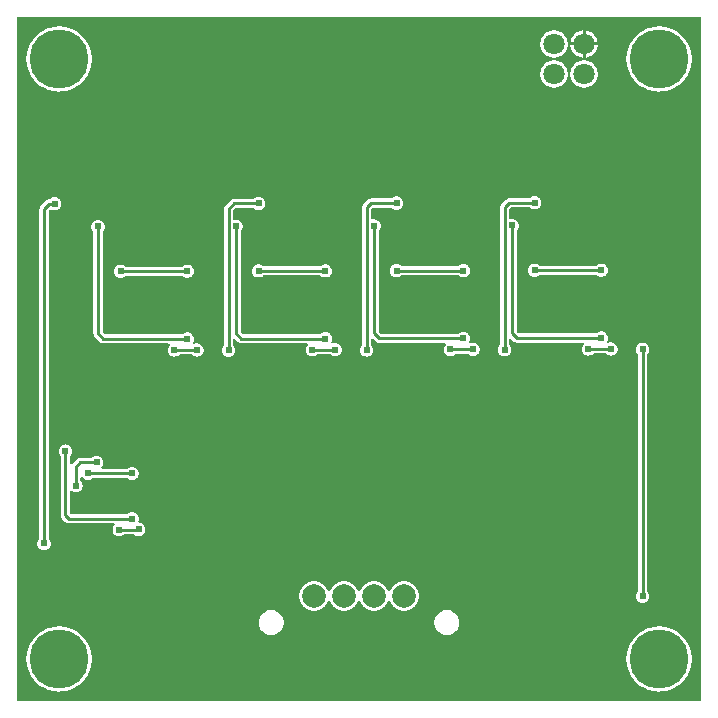
<source format=gbl>
G04 Layer: BottomLayer*
G04 EasyEDA v6.5.34, 2023-09-25 23:45:59*
G04 c5930d253d39478cbfd5350cf3090093,5a6b42c53f6a479593ecc07194224c93,10*
G04 Gerber Generator version 0.2*
G04 Scale: 100 percent, Rotated: No, Reflected: No *
G04 Dimensions in millimeters *
G04 leading zeros omitted , absolute positions ,4 integer and 5 decimal *
%FSLAX45Y45*%
%MOMM*%

%ADD10C,0.2540*%
%ADD11C,5.0000*%
%ADD12C,1.8000*%
%ADD13C,2.0000*%
%ADD14C,0.6096*%
%ADD15C,0.0122*%

%LPD*%
G36*
X5805932Y25908D02*
G01*
X36068Y26416D01*
X32156Y27178D01*
X28905Y29362D01*
X26670Y32664D01*
X25908Y36576D01*
X25908Y5805932D01*
X26670Y5809792D01*
X28905Y5813094D01*
X32156Y5815330D01*
X36068Y5816092D01*
X5805932Y5816092D01*
X5809792Y5815330D01*
X5813094Y5813094D01*
X5815330Y5809792D01*
X5816092Y5805932D01*
X5816092Y36068D01*
X5815330Y32156D01*
X5813094Y28905D01*
X5809792Y26670D01*
G37*

%LPC*%
G36*
X4838700Y5600700D02*
G01*
X4941062Y5600700D01*
X4940960Y5602528D01*
X4938268Y5616803D01*
X4933746Y5630672D01*
X4927549Y5643829D01*
X4919776Y5656122D01*
X4910480Y5667349D01*
X4899863Y5677306D01*
X4888077Y5685840D01*
X4875326Y5692851D01*
X4861814Y5698236D01*
X4847691Y5701842D01*
X4838700Y5702960D01*
G37*
G36*
X375208Y105156D02*
G01*
X398322Y105664D01*
X421284Y108051D01*
X443992Y112369D01*
X466242Y118618D01*
X487883Y126644D01*
X508812Y136499D01*
X528828Y148031D01*
X547776Y161239D01*
X565607Y175971D01*
X582117Y192125D01*
X597204Y209600D01*
X610819Y228295D01*
X622757Y248107D01*
X633018Y268782D01*
X641553Y290271D01*
X648208Y312369D01*
X653034Y334975D01*
X655929Y357886D01*
X656894Y381000D01*
X655929Y404063D01*
X653034Y427024D01*
X648208Y449630D01*
X641553Y471728D01*
X633018Y493217D01*
X622757Y513892D01*
X610819Y533654D01*
X597204Y552348D01*
X582117Y569874D01*
X565607Y586028D01*
X547776Y600760D01*
X528828Y613968D01*
X508812Y625500D01*
X487883Y635355D01*
X466242Y643382D01*
X443992Y649630D01*
X421284Y653948D01*
X398322Y656336D01*
X375208Y656844D01*
X352145Y655370D01*
X329285Y652018D01*
X306781Y646734D01*
X284835Y639572D01*
X263499Y630631D01*
X243027Y619912D01*
X223520Y607568D01*
X205130Y593598D01*
X187960Y578104D01*
X172161Y561289D01*
X157784Y543153D01*
X144983Y523900D01*
X133858Y503682D01*
X124460Y482549D01*
X116890Y460756D01*
X111099Y438353D01*
X107289Y415594D01*
X105359Y392531D01*
X105359Y369468D01*
X107289Y346405D01*
X111099Y323646D01*
X116890Y301244D01*
X124460Y279450D01*
X133858Y258317D01*
X144983Y238099D01*
X157784Y218846D01*
X172161Y200710D01*
X187960Y183896D01*
X205130Y168402D01*
X223520Y154432D01*
X243027Y142036D01*
X263499Y131368D01*
X284835Y122377D01*
X306781Y115265D01*
X329285Y109982D01*
X352145Y106629D01*
G37*
G36*
X3664559Y583488D02*
G01*
X3678377Y584403D01*
X3691940Y587095D01*
X3705047Y591566D01*
X3717493Y597662D01*
X3728974Y605383D01*
X3739387Y614527D01*
X3748532Y624941D01*
X3756253Y636422D01*
X3762349Y648868D01*
X3766820Y661974D01*
X3769512Y675538D01*
X3770426Y689356D01*
X3769512Y703224D01*
X3766820Y716788D01*
X3762349Y729894D01*
X3756253Y742340D01*
X3748532Y753821D01*
X3739387Y764235D01*
X3728974Y773379D01*
X3717493Y781100D01*
X3705047Y787196D01*
X3691940Y791667D01*
X3678377Y794359D01*
X3664559Y795274D01*
X3650691Y794359D01*
X3637127Y791667D01*
X3624021Y787196D01*
X3611575Y781100D01*
X3600094Y773379D01*
X3589680Y764235D01*
X3580536Y753821D01*
X3572814Y742340D01*
X3566718Y729894D01*
X3562248Y716788D01*
X3559556Y703224D01*
X3558641Y689356D01*
X3559556Y675538D01*
X3562248Y661974D01*
X3566718Y648868D01*
X3572814Y636422D01*
X3580536Y624941D01*
X3589680Y614527D01*
X3600094Y605383D01*
X3611575Y597662D01*
X3624021Y591566D01*
X3637127Y587095D01*
X3650691Y584403D01*
G37*
G36*
X2177440Y583488D02*
G01*
X2191258Y584403D01*
X2204821Y587095D01*
X2217978Y591566D01*
X2230374Y597662D01*
X2241905Y605383D01*
X2252319Y614527D01*
X2261463Y624941D01*
X2269134Y636422D01*
X2275281Y648868D01*
X2279700Y661974D01*
X2282444Y675538D01*
X2283307Y689356D01*
X2282444Y703224D01*
X2279700Y716788D01*
X2275281Y729894D01*
X2269134Y742340D01*
X2261463Y753821D01*
X2252319Y764235D01*
X2241905Y773379D01*
X2230374Y781100D01*
X2217978Y787196D01*
X2204821Y791667D01*
X2191258Y794359D01*
X2177440Y795274D01*
X2163622Y794359D01*
X2150059Y791667D01*
X2136902Y787196D01*
X2124506Y781100D01*
X2112975Y773379D01*
X2102561Y764235D01*
X2093417Y753821D01*
X2085746Y742340D01*
X2079599Y729894D01*
X2075180Y716788D01*
X2072436Y703224D01*
X2071573Y689356D01*
X2072436Y675538D01*
X2075180Y661974D01*
X2079599Y648868D01*
X2085746Y636422D01*
X2093417Y624941D01*
X2102561Y614527D01*
X2112975Y605383D01*
X2124506Y597662D01*
X2136902Y591566D01*
X2150059Y587095D01*
X2163622Y584403D01*
G37*
G36*
X2540000Y788517D02*
G01*
X2555189Y789432D01*
X2570124Y792175D01*
X2584653Y796696D01*
X2598521Y802894D01*
X2611526Y810768D01*
X2623464Y820166D01*
X2634234Y830884D01*
X2643581Y842873D01*
X2651455Y855878D01*
X2657754Y869797D01*
X2659938Y872947D01*
X2663190Y875080D01*
X2667000Y875792D01*
X2670810Y875080D01*
X2674010Y872947D01*
X2676245Y869797D01*
X2682544Y855878D01*
X2690368Y842873D01*
X2699766Y830884D01*
X2710535Y820166D01*
X2722473Y810768D01*
X2735478Y802894D01*
X2749346Y796696D01*
X2763875Y792175D01*
X2778810Y789432D01*
X2794000Y788517D01*
X2809189Y789432D01*
X2824124Y792175D01*
X2838653Y796696D01*
X2852521Y802894D01*
X2865526Y810768D01*
X2877464Y820166D01*
X2888234Y830884D01*
X2897581Y842873D01*
X2905455Y855878D01*
X2911754Y869797D01*
X2913938Y872947D01*
X2917190Y875080D01*
X2921000Y875792D01*
X2924810Y875080D01*
X2928010Y872947D01*
X2930245Y869797D01*
X2936544Y855878D01*
X2944368Y842873D01*
X2953766Y830884D01*
X2964535Y820166D01*
X2976473Y810768D01*
X2989478Y802894D01*
X3003346Y796696D01*
X3017875Y792175D01*
X3032810Y789432D01*
X3048000Y788517D01*
X3063189Y789432D01*
X3078124Y792175D01*
X3092653Y796696D01*
X3106521Y802894D01*
X3119526Y810768D01*
X3131464Y820166D01*
X3142234Y830884D01*
X3151581Y842873D01*
X3159455Y855878D01*
X3165754Y869797D01*
X3167938Y872947D01*
X3171190Y875080D01*
X3175000Y875792D01*
X3178810Y875080D01*
X3182010Y872947D01*
X3184245Y869797D01*
X3190544Y855878D01*
X3198368Y842873D01*
X3207766Y830884D01*
X3218535Y820166D01*
X3230473Y810768D01*
X3243478Y802894D01*
X3257346Y796696D01*
X3271875Y792175D01*
X3286810Y789432D01*
X3302000Y788517D01*
X3317189Y789432D01*
X3332124Y792175D01*
X3346653Y796696D01*
X3360521Y802894D01*
X3373526Y810768D01*
X3385464Y820166D01*
X3396234Y830884D01*
X3405581Y842873D01*
X3413455Y855878D01*
X3419703Y869746D01*
X3424224Y884275D01*
X3426968Y899210D01*
X3427882Y914400D01*
X3426968Y929538D01*
X3424224Y944524D01*
X3419703Y959002D01*
X3413455Y972870D01*
X3405581Y985875D01*
X3396234Y997864D01*
X3385464Y1008634D01*
X3373526Y1017981D01*
X3360521Y1025855D01*
X3346653Y1032103D01*
X3332124Y1036624D01*
X3317189Y1039368D01*
X3302000Y1040282D01*
X3286810Y1039368D01*
X3271875Y1036624D01*
X3257346Y1032103D01*
X3243478Y1025855D01*
X3230473Y1017981D01*
X3218535Y1008634D01*
X3207766Y997864D01*
X3198368Y985875D01*
X3190544Y972870D01*
X3184245Y958951D01*
X3182010Y955802D01*
X3178810Y953719D01*
X3175000Y952957D01*
X3171190Y953719D01*
X3167938Y955802D01*
X3165754Y958951D01*
X3159455Y972870D01*
X3151581Y985875D01*
X3142234Y997864D01*
X3131464Y1008634D01*
X3119526Y1017981D01*
X3106521Y1025855D01*
X3092653Y1032103D01*
X3078124Y1036624D01*
X3063189Y1039368D01*
X3048000Y1040282D01*
X3032810Y1039368D01*
X3017875Y1036624D01*
X3003346Y1032103D01*
X2989478Y1025855D01*
X2976473Y1017981D01*
X2964535Y1008634D01*
X2953766Y997864D01*
X2944368Y985875D01*
X2936544Y972870D01*
X2930245Y958951D01*
X2928010Y955802D01*
X2924810Y953719D01*
X2921000Y952957D01*
X2917190Y953719D01*
X2913938Y955802D01*
X2911754Y958951D01*
X2905455Y972870D01*
X2897581Y985875D01*
X2888234Y997864D01*
X2877464Y1008634D01*
X2865526Y1017981D01*
X2852521Y1025855D01*
X2838653Y1032103D01*
X2824124Y1036624D01*
X2809189Y1039368D01*
X2794000Y1040282D01*
X2778810Y1039368D01*
X2763875Y1036624D01*
X2749346Y1032103D01*
X2735478Y1025855D01*
X2722473Y1017981D01*
X2710535Y1008634D01*
X2699766Y997864D01*
X2690368Y985875D01*
X2682544Y972870D01*
X2676245Y958951D01*
X2674010Y955802D01*
X2670810Y953719D01*
X2667000Y952957D01*
X2663190Y953719D01*
X2659938Y955802D01*
X2657754Y958951D01*
X2651455Y972870D01*
X2643581Y985875D01*
X2634234Y997864D01*
X2623464Y1008634D01*
X2611526Y1017981D01*
X2598521Y1025855D01*
X2584653Y1032103D01*
X2570124Y1036624D01*
X2555189Y1039368D01*
X2540000Y1040282D01*
X2524810Y1039368D01*
X2509875Y1036624D01*
X2495346Y1032103D01*
X2481478Y1025855D01*
X2468473Y1017981D01*
X2456535Y1008634D01*
X2445766Y997864D01*
X2436368Y985875D01*
X2428544Y972870D01*
X2422296Y959002D01*
X2417775Y944524D01*
X2415032Y929538D01*
X2414117Y914400D01*
X2415032Y899210D01*
X2417775Y884275D01*
X2422296Y869746D01*
X2428544Y855878D01*
X2436368Y842873D01*
X2445766Y830884D01*
X2456535Y820166D01*
X2468473Y810768D01*
X2481478Y802894D01*
X2495346Y796696D01*
X2509875Y792175D01*
X2524810Y789432D01*
G37*
G36*
X4710887Y5600700D02*
G01*
X4813300Y5600700D01*
X4813300Y5702960D01*
X4804257Y5701842D01*
X4790186Y5698236D01*
X4776673Y5692851D01*
X4763922Y5685840D01*
X4752136Y5677306D01*
X4741519Y5667349D01*
X4732223Y5656122D01*
X4724450Y5643829D01*
X4718253Y5630672D01*
X4713732Y5616803D01*
X4711039Y5602528D01*
G37*
G36*
X4838700Y5473039D02*
G01*
X4847691Y5474157D01*
X4861814Y5477764D01*
X4875326Y5483148D01*
X4888077Y5490159D01*
X4899863Y5498693D01*
X4910480Y5508650D01*
X4919776Y5519877D01*
X4927549Y5532170D01*
X4933746Y5545328D01*
X4938268Y5559196D01*
X4940960Y5573471D01*
X4941062Y5575300D01*
X4838700Y5575300D01*
G37*
G36*
X4813300Y5473039D02*
G01*
X4813300Y5575300D01*
X4710887Y5575300D01*
X4711039Y5573471D01*
X4713732Y5559196D01*
X4718253Y5545328D01*
X4724450Y5532170D01*
X4732223Y5519877D01*
X4741519Y5508650D01*
X4752136Y5498693D01*
X4763922Y5490159D01*
X4776673Y5483148D01*
X4790186Y5477764D01*
X4804257Y5474157D01*
G37*
G36*
X5321300Y858062D02*
G01*
X5331104Y858926D01*
X5340553Y861466D01*
X5349494Y865581D01*
X5357520Y871219D01*
X5364480Y878179D01*
X5370118Y886206D01*
X5374233Y895146D01*
X5376773Y904595D01*
X5377637Y914400D01*
X5376773Y924204D01*
X5374233Y933653D01*
X5370118Y942594D01*
X5364480Y950620D01*
X5362905Y952195D01*
X5360670Y955497D01*
X5359908Y959408D01*
X5359908Y2958185D01*
X5360670Y2962097D01*
X5362905Y2965399D01*
X5364480Y2966974D01*
X5370118Y2975000D01*
X5374233Y2983890D01*
X5376773Y2993390D01*
X5377637Y3003194D01*
X5376773Y3012948D01*
X5374233Y3022447D01*
X5370118Y3031337D01*
X5364480Y3039414D01*
X5357520Y3046323D01*
X5349494Y3051962D01*
X5340553Y3056128D01*
X5331104Y3058668D01*
X5321300Y3059531D01*
X5311495Y3058668D01*
X5302046Y3056128D01*
X5293106Y3051962D01*
X5285079Y3046323D01*
X5278120Y3039414D01*
X5272481Y3031337D01*
X5268366Y3022447D01*
X5265826Y3012948D01*
X5264962Y3003194D01*
X5265826Y2993390D01*
X5268366Y2983890D01*
X5272481Y2975000D01*
X5278120Y2966974D01*
X5279694Y2965399D01*
X5281930Y2962097D01*
X5282692Y2958185D01*
X5282692Y959408D01*
X5281930Y955497D01*
X5279694Y952195D01*
X5278120Y950620D01*
X5272481Y942594D01*
X5268366Y933653D01*
X5265826Y924204D01*
X5264962Y914400D01*
X5265826Y904595D01*
X5268366Y895146D01*
X5272481Y886206D01*
X5278120Y878179D01*
X5285079Y871219D01*
X5293106Y865581D01*
X5302046Y861466D01*
X5311495Y858926D01*
G37*
G36*
X4564735Y5472328D02*
G01*
X4579264Y5472328D01*
X4593691Y5474157D01*
X4607814Y5477764D01*
X4621326Y5483148D01*
X4634077Y5490159D01*
X4645863Y5498693D01*
X4656480Y5508650D01*
X4665776Y5519877D01*
X4673549Y5532170D01*
X4679746Y5545328D01*
X4684268Y5559196D01*
X4686960Y5573471D01*
X4687874Y5588000D01*
X4686960Y5602528D01*
X4684268Y5616803D01*
X4679746Y5630672D01*
X4673549Y5643829D01*
X4665776Y5656122D01*
X4656480Y5667349D01*
X4645863Y5677306D01*
X4634077Y5685840D01*
X4621326Y5692851D01*
X4607814Y5698236D01*
X4593691Y5701842D01*
X4579264Y5703671D01*
X4564735Y5703671D01*
X4550257Y5701842D01*
X4536186Y5698236D01*
X4522673Y5692851D01*
X4509922Y5685840D01*
X4498136Y5677306D01*
X4487519Y5667349D01*
X4478223Y5656122D01*
X4470450Y5643829D01*
X4464253Y5630672D01*
X4459732Y5616803D01*
X4457039Y5602528D01*
X4456125Y5588000D01*
X4457039Y5573471D01*
X4459732Y5559196D01*
X4464253Y5545328D01*
X4470450Y5532170D01*
X4478223Y5519877D01*
X4487519Y5508650D01*
X4498136Y5498693D01*
X4509922Y5490159D01*
X4522673Y5483148D01*
X4536186Y5477764D01*
X4550257Y5474157D01*
G37*
G36*
X4564735Y5218328D02*
G01*
X4579264Y5218328D01*
X4593691Y5220157D01*
X4607814Y5223764D01*
X4621326Y5229148D01*
X4634077Y5236159D01*
X4645863Y5244693D01*
X4656480Y5254650D01*
X4665776Y5265877D01*
X4673549Y5278170D01*
X4679746Y5291328D01*
X4684268Y5305196D01*
X4686960Y5319471D01*
X4687874Y5334000D01*
X4686960Y5348528D01*
X4684268Y5362803D01*
X4679746Y5376672D01*
X4673549Y5389829D01*
X4665776Y5402122D01*
X4656480Y5413349D01*
X4645863Y5423306D01*
X4634077Y5431840D01*
X4621326Y5438851D01*
X4607814Y5444236D01*
X4593691Y5447842D01*
X4579264Y5449671D01*
X4564735Y5449671D01*
X4550257Y5447842D01*
X4536186Y5444236D01*
X4522673Y5438851D01*
X4509922Y5431840D01*
X4498136Y5423306D01*
X4487519Y5413349D01*
X4478223Y5402122D01*
X4470450Y5389829D01*
X4464253Y5376672D01*
X4459732Y5362803D01*
X4457039Y5348528D01*
X4456125Y5334000D01*
X4457039Y5319471D01*
X4459732Y5305196D01*
X4464253Y5291328D01*
X4470450Y5278170D01*
X4478223Y5265877D01*
X4487519Y5254650D01*
X4498136Y5244693D01*
X4509922Y5236159D01*
X4522673Y5229148D01*
X4536186Y5223764D01*
X4550257Y5220157D01*
G37*
G36*
X4818735Y5218328D02*
G01*
X4833264Y5218328D01*
X4847691Y5220157D01*
X4861814Y5223764D01*
X4875326Y5229148D01*
X4888077Y5236159D01*
X4899863Y5244693D01*
X4910480Y5254650D01*
X4919776Y5265877D01*
X4927549Y5278170D01*
X4933746Y5291328D01*
X4938268Y5305196D01*
X4940960Y5319471D01*
X4941874Y5334000D01*
X4940960Y5348528D01*
X4938268Y5362803D01*
X4933746Y5376672D01*
X4927549Y5389829D01*
X4919776Y5402122D01*
X4910480Y5413349D01*
X4899863Y5423306D01*
X4888077Y5431840D01*
X4875326Y5438851D01*
X4861814Y5444236D01*
X4847691Y5447842D01*
X4833264Y5449671D01*
X4818735Y5449671D01*
X4804257Y5447842D01*
X4790186Y5444236D01*
X4776673Y5438851D01*
X4763922Y5431840D01*
X4752136Y5423306D01*
X4741519Y5413349D01*
X4732223Y5402122D01*
X4724450Y5389829D01*
X4718253Y5376672D01*
X4713732Y5362803D01*
X4711039Y5348528D01*
X4710125Y5334000D01*
X4711039Y5319471D01*
X4713732Y5305196D01*
X4718253Y5291328D01*
X4724450Y5278170D01*
X4732223Y5265877D01*
X4741519Y5254650D01*
X4752136Y5244693D01*
X4763922Y5236159D01*
X4776673Y5229148D01*
X4790186Y5223764D01*
X4804257Y5220157D01*
G37*
G36*
X254000Y1302562D02*
G01*
X263804Y1303426D01*
X273304Y1305966D01*
X282194Y1310081D01*
X290220Y1315720D01*
X297180Y1322679D01*
X302818Y1330706D01*
X306933Y1339646D01*
X309524Y1349095D01*
X310337Y1358900D01*
X309524Y1368704D01*
X306933Y1378153D01*
X302818Y1387094D01*
X297180Y1395120D01*
X295605Y1396695D01*
X293370Y1399997D01*
X292608Y1403908D01*
X292608Y4170781D01*
X293370Y4174693D01*
X295605Y4177995D01*
X302869Y4185208D01*
X306324Y4187444D01*
X310337Y4188155D01*
X314350Y4187240D01*
X323646Y4182872D01*
X333146Y4180332D01*
X342900Y4179468D01*
X352704Y4180332D01*
X362204Y4182872D01*
X371094Y4187037D01*
X379120Y4192676D01*
X386080Y4199636D01*
X391718Y4207662D01*
X395884Y4216552D01*
X398424Y4226052D01*
X399237Y4235856D01*
X398424Y4245610D01*
X395884Y4255109D01*
X391718Y4263999D01*
X386080Y4272076D01*
X379120Y4278985D01*
X371094Y4284624D01*
X362204Y4288790D01*
X352704Y4291330D01*
X342900Y4292193D01*
X333146Y4291330D01*
X323646Y4288790D01*
X314756Y4284624D01*
X306679Y4278985D01*
X304901Y4277207D01*
X302056Y4275226D01*
X298704Y4274312D01*
X291541Y4273600D01*
X284327Y4271416D01*
X277622Y4267860D01*
X271373Y4262780D01*
X227126Y4218787D01*
X221996Y4212539D01*
X218440Y4205884D01*
X216204Y4198670D01*
X215392Y4190542D01*
X215392Y1403908D01*
X214629Y1399997D01*
X212394Y1396695D01*
X210820Y1395120D01*
X205232Y1387094D01*
X201066Y1378153D01*
X198526Y1368704D01*
X197662Y1358900D01*
X198526Y1349095D01*
X201066Y1339646D01*
X205232Y1330706D01*
X210820Y1322679D01*
X217779Y1315720D01*
X225856Y1310081D01*
X234746Y1305966D01*
X244246Y1303426D01*
G37*
G36*
X890473Y1420164D02*
G01*
X900277Y1421028D01*
X909726Y1423568D01*
X918667Y1427683D01*
X926693Y1433322D01*
X928268Y1434896D01*
X931570Y1437132D01*
X935482Y1437894D01*
X1011834Y1437894D01*
X1014882Y1437436D01*
X1017676Y1436065D01*
X1025753Y1430375D01*
X1034643Y1426210D01*
X1044143Y1423670D01*
X1053947Y1422857D01*
X1063701Y1423670D01*
X1073200Y1426210D01*
X1082090Y1430375D01*
X1090168Y1436014D01*
X1097076Y1442974D01*
X1102715Y1451000D01*
X1106881Y1459890D01*
X1109421Y1469390D01*
X1110284Y1479194D01*
X1109421Y1488948D01*
X1106881Y1498447D01*
X1102715Y1507337D01*
X1097076Y1515414D01*
X1090168Y1522374D01*
X1082090Y1527962D01*
X1073200Y1532128D01*
X1063701Y1534668D01*
X1060907Y1534922D01*
X1057198Y1535988D01*
X1054150Y1538376D01*
X1052220Y1541729D01*
X1051661Y1545590D01*
X1055573Y1559712D01*
X1056386Y1569516D01*
X1055573Y1579270D01*
X1052982Y1588770D01*
X1048867Y1597660D01*
X1043228Y1605737D01*
X1036269Y1612646D01*
X1028242Y1618284D01*
X1019352Y1622450D01*
X1009853Y1624990D01*
X1000048Y1625854D01*
X990295Y1624990D01*
X980795Y1622450D01*
X971905Y1618284D01*
X963828Y1612646D01*
X962253Y1611122D01*
X959002Y1608886D01*
X955090Y1608124D01*
X483616Y1608124D01*
X479704Y1608886D01*
X476453Y1611122D01*
X474218Y1614373D01*
X473456Y1618284D01*
X473456Y1795678D01*
X474421Y1799945D01*
X477062Y1803450D01*
X480974Y1805482D01*
X485393Y1805686D01*
X489458Y1804009D01*
X495808Y1799539D01*
X504748Y1795373D01*
X514197Y1792833D01*
X524001Y1791970D01*
X533806Y1792833D01*
X543255Y1795373D01*
X552196Y1799539D01*
X560222Y1805178D01*
X567182Y1812086D01*
X572820Y1820164D01*
X576935Y1829054D01*
X579475Y1838553D01*
X580339Y1848307D01*
X579475Y1858111D01*
X576935Y1867611D01*
X572820Y1876501D01*
X567182Y1884527D01*
X565607Y1886102D01*
X563372Y1889404D01*
X562610Y1893316D01*
X562610Y1912112D01*
X563524Y1916277D01*
X566013Y1919681D01*
X569722Y1921814D01*
X573938Y1922221D01*
X578002Y1920849D01*
X581101Y1917954D01*
X582218Y1916277D01*
X589178Y1909368D01*
X597255Y1903730D01*
X606145Y1899564D01*
X615645Y1897024D01*
X625398Y1896160D01*
X635203Y1897024D01*
X644702Y1899564D01*
X653592Y1903730D01*
X661619Y1909368D01*
X663194Y1910943D01*
X666496Y1913128D01*
X670407Y1913889D01*
X955040Y1913889D01*
X958900Y1913128D01*
X962202Y1910943D01*
X963777Y1909368D01*
X971803Y1903730D01*
X980744Y1899564D01*
X990193Y1897024D01*
X999998Y1896211D01*
X1009802Y1897024D01*
X1019251Y1899564D01*
X1028192Y1903730D01*
X1036218Y1909368D01*
X1043178Y1916328D01*
X1048816Y1924354D01*
X1052931Y1933244D01*
X1055471Y1942744D01*
X1056335Y1952548D01*
X1055471Y1962302D01*
X1052931Y1971802D01*
X1048816Y1980692D01*
X1043178Y1988769D01*
X1036218Y1995728D01*
X1028192Y2001316D01*
X1019251Y2005482D01*
X1009802Y2008022D01*
X999998Y2008886D01*
X990193Y2008022D01*
X980744Y2005482D01*
X971803Y2001316D01*
X963777Y1995728D01*
X962202Y1994103D01*
X958900Y1991918D01*
X954989Y1991106D01*
X748842Y1991106D01*
X744982Y1991918D01*
X741680Y1994103D01*
X739444Y1997405D01*
X738682Y2001266D01*
X739444Y2005177D01*
X747318Y2016506D01*
X751433Y2025446D01*
X753973Y2034895D01*
X754837Y2044700D01*
X753973Y2054504D01*
X751433Y2063953D01*
X747318Y2072893D01*
X741680Y2080920D01*
X734720Y2087880D01*
X726694Y2093518D01*
X717753Y2097633D01*
X708304Y2100173D01*
X698500Y2101037D01*
X688695Y2100173D01*
X679246Y2097633D01*
X670306Y2093518D01*
X662279Y2087880D01*
X660755Y2086356D01*
X657453Y2084120D01*
X653542Y2083358D01*
X559308Y2083358D01*
X551281Y2082546D01*
X544068Y2080361D01*
X537362Y2076805D01*
X531164Y2071674D01*
X497078Y2037588D01*
X491490Y2030780D01*
X488238Y2028189D01*
X484276Y2027123D01*
X480212Y2027682D01*
X476656Y2029815D01*
X474319Y2033219D01*
X473456Y2037232D01*
X473456Y2095906D01*
X474218Y2099767D01*
X476453Y2103069D01*
X478078Y2104745D01*
X483717Y2112772D01*
X487883Y2121662D01*
X490423Y2131161D01*
X491235Y2140966D01*
X490423Y2150719D01*
X487883Y2160219D01*
X483717Y2169109D01*
X478078Y2177186D01*
X471119Y2184095D01*
X463092Y2189734D01*
X454202Y2193899D01*
X444703Y2196439D01*
X434898Y2197303D01*
X425145Y2196439D01*
X415645Y2193899D01*
X406755Y2189734D01*
X398678Y2184095D01*
X391718Y2177186D01*
X386130Y2169109D01*
X381965Y2160219D01*
X379425Y2150719D01*
X378561Y2140966D01*
X379425Y2131161D01*
X381965Y2121662D01*
X386130Y2112772D01*
X391718Y2104745D01*
X393242Y2103221D01*
X395478Y2099919D01*
X396240Y2096007D01*
X396240Y1597710D01*
X397052Y1589684D01*
X399237Y1582470D01*
X402793Y1575765D01*
X407924Y1569567D01*
X434898Y1542592D01*
X441096Y1537462D01*
X447801Y1533906D01*
X455015Y1531721D01*
X463042Y1530908D01*
X840943Y1530908D01*
X844854Y1530146D01*
X848156Y1527911D01*
X850341Y1524660D01*
X851103Y1520748D01*
X850341Y1516837D01*
X841654Y1504696D01*
X837539Y1495755D01*
X834999Y1486306D01*
X834136Y1476502D01*
X834999Y1466697D01*
X837539Y1457248D01*
X841654Y1448308D01*
X847293Y1440281D01*
X854252Y1433322D01*
X862279Y1427683D01*
X871219Y1423568D01*
X880668Y1421028D01*
G37*
G36*
X375208Y5185156D02*
G01*
X398322Y5185664D01*
X421284Y5188051D01*
X443992Y5192369D01*
X466242Y5198618D01*
X487883Y5206644D01*
X508812Y5216499D01*
X528828Y5228031D01*
X547776Y5241239D01*
X565607Y5255971D01*
X582117Y5272125D01*
X597204Y5289600D01*
X610819Y5308295D01*
X622757Y5328107D01*
X633018Y5348782D01*
X641553Y5370271D01*
X648208Y5392369D01*
X653034Y5414975D01*
X655929Y5437886D01*
X656894Y5461000D01*
X655929Y5484063D01*
X653034Y5507024D01*
X648208Y5529630D01*
X641553Y5551728D01*
X633018Y5573217D01*
X622757Y5593892D01*
X610819Y5613654D01*
X597204Y5632348D01*
X582117Y5649874D01*
X565607Y5666028D01*
X547776Y5680760D01*
X528828Y5693968D01*
X508812Y5705500D01*
X487883Y5715355D01*
X466242Y5723382D01*
X443992Y5729630D01*
X421284Y5733948D01*
X398322Y5736336D01*
X375208Y5736844D01*
X352145Y5735370D01*
X329285Y5732018D01*
X306781Y5726734D01*
X284835Y5719572D01*
X263499Y5710631D01*
X243027Y5699912D01*
X223520Y5687568D01*
X205130Y5673598D01*
X187960Y5658104D01*
X172161Y5641289D01*
X157784Y5623153D01*
X144983Y5603900D01*
X133858Y5583682D01*
X124460Y5562549D01*
X116890Y5540756D01*
X111099Y5518353D01*
X107289Y5495594D01*
X105359Y5472531D01*
X105359Y5449468D01*
X107289Y5426405D01*
X111099Y5403646D01*
X116890Y5381244D01*
X124460Y5359450D01*
X133858Y5338318D01*
X144983Y5318099D01*
X157784Y5298846D01*
X172161Y5280710D01*
X187960Y5263896D01*
X205130Y5248402D01*
X223520Y5234432D01*
X243027Y5222036D01*
X263499Y5211368D01*
X284835Y5202377D01*
X306781Y5195265D01*
X329285Y5189982D01*
X352145Y5186629D01*
G37*
G36*
X5455208Y5185156D02*
G01*
X5478322Y5185664D01*
X5501284Y5188051D01*
X5523992Y5192369D01*
X5546242Y5198618D01*
X5567883Y5206644D01*
X5588812Y5216499D01*
X5608828Y5228031D01*
X5627776Y5241239D01*
X5645607Y5255971D01*
X5662117Y5272125D01*
X5677204Y5289600D01*
X5690819Y5308295D01*
X5702757Y5328107D01*
X5713018Y5348782D01*
X5721553Y5370271D01*
X5728208Y5392369D01*
X5733034Y5414975D01*
X5735929Y5437886D01*
X5736894Y5461000D01*
X5735929Y5484063D01*
X5733034Y5507024D01*
X5728208Y5529630D01*
X5721553Y5551728D01*
X5713018Y5573217D01*
X5702757Y5593892D01*
X5690819Y5613654D01*
X5677204Y5632348D01*
X5662117Y5649874D01*
X5645607Y5666028D01*
X5627776Y5680760D01*
X5608828Y5693968D01*
X5588812Y5705500D01*
X5567883Y5715355D01*
X5546242Y5723382D01*
X5523992Y5729630D01*
X5501284Y5733948D01*
X5478322Y5736336D01*
X5455208Y5736844D01*
X5432145Y5735370D01*
X5409285Y5732018D01*
X5386781Y5726734D01*
X5364835Y5719572D01*
X5343499Y5710631D01*
X5323027Y5699912D01*
X5303520Y5687568D01*
X5285130Y5673598D01*
X5267960Y5658104D01*
X5252161Y5641289D01*
X5237784Y5623153D01*
X5224983Y5603900D01*
X5213858Y5583682D01*
X5204460Y5562549D01*
X5196890Y5540756D01*
X5191099Y5518353D01*
X5187289Y5495594D01*
X5185359Y5472531D01*
X5185359Y5449468D01*
X5187289Y5426405D01*
X5191099Y5403646D01*
X5196890Y5381244D01*
X5204460Y5359450D01*
X5213858Y5338318D01*
X5224983Y5318099D01*
X5237784Y5298846D01*
X5252161Y5280710D01*
X5267960Y5263896D01*
X5285130Y5248402D01*
X5303520Y5234432D01*
X5323027Y5222036D01*
X5343499Y5211368D01*
X5364835Y5202377D01*
X5386781Y5195265D01*
X5409285Y5189982D01*
X5432145Y5186629D01*
G37*
G36*
X4406900Y3616045D02*
G01*
X4416704Y3616909D01*
X4426153Y3619449D01*
X4435094Y3623564D01*
X4443120Y3629202D01*
X4444695Y3630777D01*
X4447997Y3633012D01*
X4451908Y3633774D01*
X4926990Y3633774D01*
X4930902Y3633012D01*
X4934204Y3630828D01*
X4935778Y3629253D01*
X4943805Y3623614D01*
X4952695Y3619449D01*
X4962194Y3616909D01*
X4971999Y3616045D01*
X4981752Y3616909D01*
X4991252Y3619449D01*
X5000142Y3623614D01*
X5008219Y3629253D01*
X5015179Y3636162D01*
X5020767Y3644239D01*
X5024932Y3653129D01*
X5027472Y3662629D01*
X5028336Y3672382D01*
X5027472Y3682187D01*
X5024932Y3691686D01*
X5020767Y3700576D01*
X5015179Y3708603D01*
X5008219Y3715562D01*
X5000142Y3721201D01*
X4991252Y3725367D01*
X4981752Y3727907D01*
X4971999Y3728720D01*
X4962194Y3727907D01*
X4952695Y3725367D01*
X4943805Y3721201D01*
X4935778Y3715562D01*
X4934204Y3713987D01*
X4930902Y3711752D01*
X4926990Y3710990D01*
X4451908Y3710990D01*
X4447997Y3711752D01*
X4444695Y3713987D01*
X4443120Y3715562D01*
X4435094Y3721201D01*
X4426153Y3725316D01*
X4416704Y3727856D01*
X4406900Y3728720D01*
X4397095Y3727856D01*
X4387646Y3725316D01*
X4378706Y3721201D01*
X4370679Y3715562D01*
X4363720Y3708603D01*
X4358081Y3700576D01*
X4353966Y3691636D01*
X4351426Y3682187D01*
X4350562Y3672382D01*
X4351426Y3662578D01*
X4353966Y3653129D01*
X4358081Y3644188D01*
X4363720Y3636162D01*
X4370679Y3629202D01*
X4378706Y3623564D01*
X4387646Y3619449D01*
X4397095Y3616909D01*
G37*
G36*
X3238500Y3613353D02*
G01*
X3248304Y3614216D01*
X3257753Y3616756D01*
X3266694Y3620922D01*
X3274720Y3626510D01*
X3276295Y3628136D01*
X3279597Y3630320D01*
X3283508Y3631082D01*
X3758641Y3631082D01*
X3762501Y3630320D01*
X3765804Y3628136D01*
X3767378Y3626561D01*
X3775405Y3620922D01*
X3784295Y3616756D01*
X3793794Y3614216D01*
X3803599Y3613353D01*
X3813352Y3614216D01*
X3822852Y3616756D01*
X3831742Y3620922D01*
X3839819Y3626561D01*
X3846779Y3633470D01*
X3852367Y3641547D01*
X3856532Y3650437D01*
X3859072Y3659936D01*
X3859936Y3669690D01*
X3859072Y3679494D01*
X3856532Y3688994D01*
X3852367Y3697884D01*
X3846779Y3705961D01*
X3839819Y3712870D01*
X3831742Y3718509D01*
X3822852Y3722674D01*
X3813352Y3725214D01*
X3803599Y3726078D01*
X3793794Y3725214D01*
X3784295Y3722674D01*
X3775405Y3718509D01*
X3767378Y3712870D01*
X3765753Y3711295D01*
X3762501Y3709060D01*
X3758590Y3708298D01*
X3283508Y3708298D01*
X3279597Y3709060D01*
X3276295Y3711295D01*
X3274720Y3712870D01*
X3266694Y3718509D01*
X3257753Y3722674D01*
X3248304Y3725214D01*
X3238500Y3726027D01*
X3228695Y3725214D01*
X3219246Y3722674D01*
X3210306Y3718509D01*
X3202279Y3712870D01*
X3195320Y3705910D01*
X3189681Y3697884D01*
X3185566Y3688994D01*
X3183026Y3679494D01*
X3182162Y3669690D01*
X3183026Y3659936D01*
X3185566Y3650437D01*
X3189681Y3641547D01*
X3195320Y3633470D01*
X3202279Y3626510D01*
X3210306Y3620922D01*
X3219246Y3616756D01*
X3228695Y3614216D01*
G37*
G36*
X2070100Y3610660D02*
G01*
X2079904Y3611524D01*
X2089353Y3614064D01*
X2098294Y3618229D01*
X2106320Y3623868D01*
X2107895Y3625443D01*
X2111197Y3627628D01*
X2115108Y3628390D01*
X2590241Y3628390D01*
X2594102Y3627628D01*
X2597404Y3625443D01*
X2598978Y3623868D01*
X2607005Y3618229D01*
X2615946Y3614064D01*
X2625394Y3611524D01*
X2635199Y3610711D01*
X2645003Y3611524D01*
X2654452Y3614064D01*
X2663393Y3618229D01*
X2671419Y3623868D01*
X2678379Y3630828D01*
X2684018Y3638854D01*
X2688132Y3647744D01*
X2690672Y3657244D01*
X2691536Y3667048D01*
X2690672Y3676802D01*
X2688132Y3686301D01*
X2684018Y3695192D01*
X2678379Y3703269D01*
X2671419Y3710178D01*
X2663393Y3715816D01*
X2654452Y3719982D01*
X2645003Y3722522D01*
X2635199Y3723386D01*
X2625394Y3722522D01*
X2615946Y3719982D01*
X2607005Y3715816D01*
X2598978Y3710178D01*
X2597353Y3708603D01*
X2594102Y3706418D01*
X2590190Y3705606D01*
X2115108Y3705606D01*
X2111197Y3706418D01*
X2107895Y3708603D01*
X2106320Y3710178D01*
X2098294Y3715816D01*
X2089353Y3719982D01*
X2079904Y3722522D01*
X2070100Y3723386D01*
X2060295Y3722522D01*
X2050846Y3719982D01*
X2041906Y3715816D01*
X2033879Y3710178D01*
X2026920Y3703218D01*
X2021281Y3695192D01*
X2017166Y3686301D01*
X2014626Y3676802D01*
X2013762Y3666998D01*
X2014626Y3657244D01*
X2017166Y3647744D01*
X2021281Y3638854D01*
X2026920Y3630777D01*
X2033879Y3623868D01*
X2041906Y3618229D01*
X2050846Y3614064D01*
X2060295Y3611524D01*
G37*
G36*
X901700Y3607968D02*
G01*
X911504Y3608832D01*
X921003Y3611372D01*
X929894Y3615537D01*
X937920Y3621176D01*
X939495Y3622751D01*
X942797Y3624935D01*
X946708Y3625748D01*
X1421841Y3625748D01*
X1425702Y3624935D01*
X1429004Y3622751D01*
X1430578Y3621176D01*
X1438605Y3615537D01*
X1447546Y3611422D01*
X1456994Y3608882D01*
X1466799Y3608019D01*
X1476603Y3608882D01*
X1486052Y3611422D01*
X1494993Y3615537D01*
X1503019Y3621176D01*
X1509979Y3628136D01*
X1515618Y3636162D01*
X1519732Y3645103D01*
X1522272Y3654551D01*
X1523136Y3664356D01*
X1522272Y3674160D01*
X1519732Y3683609D01*
X1515618Y3692550D01*
X1509979Y3700576D01*
X1503019Y3707536D01*
X1494993Y3713175D01*
X1486052Y3717290D01*
X1476603Y3719829D01*
X1466799Y3720693D01*
X1456994Y3719829D01*
X1447546Y3717290D01*
X1438605Y3713175D01*
X1430578Y3707536D01*
X1429004Y3705910D01*
X1425702Y3703726D01*
X1421790Y3702964D01*
X946708Y3702964D01*
X942797Y3703726D01*
X939495Y3705910D01*
X937920Y3707485D01*
X929894Y3713124D01*
X921003Y3717290D01*
X911504Y3719829D01*
X901700Y3720693D01*
X891946Y3719829D01*
X882446Y3717290D01*
X873556Y3713124D01*
X865479Y3707485D01*
X858519Y3700576D01*
X852932Y3692499D01*
X848766Y3683609D01*
X846226Y3674110D01*
X845362Y3664356D01*
X846226Y3654551D01*
X848766Y3645052D01*
X852932Y3636162D01*
X858519Y3628136D01*
X865479Y3621176D01*
X873556Y3615537D01*
X882446Y3611372D01*
X891946Y3608832D01*
G37*
G36*
X5455208Y105156D02*
G01*
X5478322Y105664D01*
X5501284Y108051D01*
X5523992Y112369D01*
X5546242Y118618D01*
X5567883Y126644D01*
X5588812Y136499D01*
X5608828Y148031D01*
X5627776Y161239D01*
X5645607Y175971D01*
X5662117Y192125D01*
X5677204Y209600D01*
X5690819Y228295D01*
X5702757Y248107D01*
X5713018Y268782D01*
X5721553Y290271D01*
X5728208Y312369D01*
X5733034Y334975D01*
X5735929Y357886D01*
X5736894Y381000D01*
X5735929Y404063D01*
X5733034Y427024D01*
X5728208Y449630D01*
X5721553Y471728D01*
X5713018Y493217D01*
X5702757Y513892D01*
X5690819Y533654D01*
X5677204Y552348D01*
X5662117Y569874D01*
X5645607Y586028D01*
X5627776Y600760D01*
X5608828Y613968D01*
X5588812Y625500D01*
X5567883Y635355D01*
X5546242Y643382D01*
X5523992Y649630D01*
X5501284Y653948D01*
X5478322Y656336D01*
X5455208Y656844D01*
X5432145Y655370D01*
X5409285Y652018D01*
X5386781Y646734D01*
X5364835Y639572D01*
X5343499Y630631D01*
X5323027Y619912D01*
X5303520Y607568D01*
X5285130Y593598D01*
X5267960Y578104D01*
X5252161Y561289D01*
X5237784Y543153D01*
X5224983Y523900D01*
X5213858Y503682D01*
X5204460Y482549D01*
X5196890Y460756D01*
X5191099Y438353D01*
X5187289Y415594D01*
X5185359Y392531D01*
X5185359Y369468D01*
X5187289Y346405D01*
X5191099Y323646D01*
X5196890Y301244D01*
X5204460Y279450D01*
X5213858Y258317D01*
X5224983Y238099D01*
X5237784Y218846D01*
X5252161Y200710D01*
X5267960Y183896D01*
X5285130Y168402D01*
X5303520Y154432D01*
X5323027Y142036D01*
X5343499Y131368D01*
X5364835Y122377D01*
X5386781Y115265D01*
X5409285Y109982D01*
X5432145Y106629D01*
G37*
G36*
X1816100Y2938780D02*
G01*
X1825904Y2939643D01*
X1835353Y2942183D01*
X1844293Y2946349D01*
X1852320Y2951988D01*
X1859280Y2958896D01*
X1864918Y2966974D01*
X1869033Y2975864D01*
X1871573Y2985363D01*
X1872437Y2995117D01*
X1871573Y3004921D01*
X1869033Y3014421D01*
X1864918Y3023311D01*
X1859280Y3031388D01*
X1857705Y3032963D01*
X1855470Y3036265D01*
X1854707Y3040126D01*
X1854707Y3082696D01*
X1855470Y3086608D01*
X1857705Y3089910D01*
X1860956Y3092094D01*
X1864868Y3092856D01*
X1868779Y3092094D01*
X1872030Y3089910D01*
X1895398Y3066592D01*
X1901596Y3061462D01*
X1908302Y3057906D01*
X1915515Y3055721D01*
X1923542Y3054908D01*
X2476144Y3054908D01*
X2480056Y3054146D01*
X2483358Y3051911D01*
X2485542Y3048660D01*
X2486304Y3044748D01*
X2485542Y3040837D01*
X2476855Y3028696D01*
X2472740Y3019755D01*
X2470200Y3010306D01*
X2469337Y3000502D01*
X2470200Y2990697D01*
X2472740Y2981248D01*
X2476855Y2972308D01*
X2482494Y2964281D01*
X2489454Y2957322D01*
X2497480Y2951683D01*
X2506421Y2947568D01*
X2515870Y2945028D01*
X2525674Y2944164D01*
X2535478Y2945028D01*
X2544927Y2947568D01*
X2553868Y2951683D01*
X2561894Y2957322D01*
X2563469Y2958896D01*
X2566771Y2961132D01*
X2570632Y2961894D01*
X2672638Y2961894D01*
X2676550Y2961132D01*
X2679852Y2958896D01*
X2681427Y2957322D01*
X2689453Y2951683D01*
X2698343Y2947568D01*
X2707843Y2945028D01*
X2717647Y2944164D01*
X2727401Y2945028D01*
X2736900Y2947568D01*
X2745790Y2951683D01*
X2753868Y2957322D01*
X2760776Y2964281D01*
X2766415Y2972308D01*
X2770581Y2981248D01*
X2773121Y2990697D01*
X2773984Y3000502D01*
X2773121Y3010306D01*
X2770581Y3019755D01*
X2766415Y3028696D01*
X2760776Y3036722D01*
X2753868Y3043682D01*
X2745790Y3049320D01*
X2736900Y3053435D01*
X2727401Y3055975D01*
X2717647Y3056839D01*
X2707843Y3055975D01*
X2694330Y3052470D01*
X2690266Y3053181D01*
X2686812Y3055467D01*
X2684576Y3058871D01*
X2683865Y3062935D01*
X2684830Y3066948D01*
X2688183Y3074212D01*
X2690723Y3083712D01*
X2691587Y3093466D01*
X2690723Y3103270D01*
X2688183Y3112770D01*
X2684068Y3121660D01*
X2678430Y3129737D01*
X2671470Y3136646D01*
X2663444Y3142284D01*
X2654503Y3146450D01*
X2645054Y3148990D01*
X2635250Y3149854D01*
X2625445Y3148990D01*
X2615996Y3146450D01*
X2607056Y3142284D01*
X2599029Y3136646D01*
X2597454Y3135122D01*
X2594203Y3132886D01*
X2590292Y3132124D01*
X1943252Y3132124D01*
X1939340Y3132886D01*
X1936038Y3135122D01*
X1921205Y3149955D01*
X1918970Y3153257D01*
X1918207Y3157169D01*
X1918207Y4000957D01*
X1918970Y4004818D01*
X1921205Y4008120D01*
X1922780Y4009694D01*
X1928418Y4017772D01*
X1932533Y4026662D01*
X1935073Y4036161D01*
X1935937Y4045915D01*
X1935073Y4055719D01*
X1932533Y4065219D01*
X1928418Y4074109D01*
X1922780Y4082186D01*
X1915820Y4089095D01*
X1907793Y4094734D01*
X1898853Y4098899D01*
X1889404Y4101439D01*
X1879600Y4102303D01*
X1869795Y4101439D01*
X1867509Y4100829D01*
X1863801Y4100525D01*
X1860245Y4101592D01*
X1857298Y4103827D01*
X1855368Y4106976D01*
X1854707Y4110634D01*
X1854707Y4170832D01*
X1855470Y4174744D01*
X1857705Y4178046D01*
X1876602Y4196943D01*
X1879904Y4199178D01*
X1883816Y4199940D01*
X2025091Y4199940D01*
X2029002Y4199178D01*
X2032254Y4196943D01*
X2033879Y4195368D01*
X2041906Y4189729D01*
X2050846Y4185564D01*
X2060295Y4183024D01*
X2070100Y4182160D01*
X2079904Y4183024D01*
X2089353Y4185564D01*
X2098294Y4189729D01*
X2106320Y4195368D01*
X2113280Y4202277D01*
X2118918Y4210354D01*
X2123033Y4219244D01*
X2125573Y4228744D01*
X2126437Y4238498D01*
X2125573Y4248302D01*
X2123033Y4257802D01*
X2118918Y4266692D01*
X2113280Y4274718D01*
X2106320Y4281678D01*
X2098294Y4287316D01*
X2089353Y4291482D01*
X2079904Y4294022D01*
X2070100Y4294886D01*
X2060295Y4294022D01*
X2050846Y4291482D01*
X2041906Y4287316D01*
X2033879Y4281678D01*
X2032355Y4280154D01*
X2029053Y4277918D01*
X2025142Y4277156D01*
X1864106Y4277156D01*
X1856079Y4276344D01*
X1848866Y4274159D01*
X1842160Y4270603D01*
X1835962Y4265472D01*
X1789175Y4218686D01*
X1784045Y4212488D01*
X1780489Y4205782D01*
X1778304Y4198569D01*
X1777492Y4190542D01*
X1777492Y3040126D01*
X1776730Y3036214D01*
X1774494Y3032963D01*
X1772920Y3031388D01*
X1767281Y3023311D01*
X1763166Y3014421D01*
X1760626Y3004921D01*
X1759762Y2995117D01*
X1760626Y2985363D01*
X1763166Y2975864D01*
X1767281Y2966974D01*
X1772920Y2958896D01*
X1779879Y2951988D01*
X1787906Y2946349D01*
X1796846Y2942183D01*
X1806295Y2939643D01*
G37*
G36*
X1357274Y2941472D02*
G01*
X1367078Y2942336D01*
X1376527Y2944876D01*
X1385468Y2949041D01*
X1393494Y2954680D01*
X1395069Y2956255D01*
X1398371Y2958439D01*
X1402283Y2959201D01*
X1504238Y2959201D01*
X1508150Y2958439D01*
X1511452Y2956255D01*
X1513027Y2954680D01*
X1521053Y2949041D01*
X1529943Y2944876D01*
X1539443Y2942336D01*
X1549247Y2941472D01*
X1559001Y2942336D01*
X1568500Y2944876D01*
X1577390Y2949041D01*
X1585468Y2954680D01*
X1592376Y2961589D01*
X1598015Y2969666D01*
X1602181Y2978556D01*
X1604721Y2988056D01*
X1605584Y2997809D01*
X1604721Y3007614D01*
X1602181Y3017113D01*
X1598015Y3026003D01*
X1592376Y3034030D01*
X1585468Y3040989D01*
X1577390Y3046628D01*
X1568500Y3050794D01*
X1559001Y3053334D01*
X1549247Y3054146D01*
X1539443Y3053334D01*
X1525930Y3049828D01*
X1521866Y3050540D01*
X1518412Y3052775D01*
X1516176Y3056229D01*
X1515465Y3060242D01*
X1516430Y3064256D01*
X1519783Y3071520D01*
X1522374Y3081020D01*
X1523187Y3090824D01*
X1522374Y3100578D01*
X1519783Y3110077D01*
X1515668Y3118967D01*
X1510030Y3127044D01*
X1503070Y3133953D01*
X1495044Y3139592D01*
X1486154Y3143758D01*
X1476654Y3146298D01*
X1466850Y3147161D01*
X1457096Y3146298D01*
X1447596Y3143758D01*
X1438706Y3139592D01*
X1430629Y3133953D01*
X1428953Y3132328D01*
X1425651Y3130092D01*
X1421790Y3129330D01*
X777443Y3129330D01*
X773531Y3130092D01*
X770229Y3132328D01*
X752754Y3149904D01*
X750570Y3153206D01*
X749808Y3157067D01*
X749808Y3998264D01*
X750570Y4002176D01*
X752805Y4005427D01*
X754380Y4007053D01*
X760018Y4015079D01*
X764133Y4023969D01*
X766724Y4033469D01*
X767537Y4043273D01*
X766724Y4053027D01*
X764133Y4062526D01*
X760018Y4071416D01*
X754380Y4079494D01*
X747420Y4086402D01*
X739394Y4092041D01*
X730504Y4096207D01*
X721004Y4098747D01*
X711200Y4099610D01*
X701446Y4098747D01*
X691946Y4096207D01*
X683056Y4092041D01*
X674979Y4086402D01*
X668020Y4079494D01*
X662432Y4071416D01*
X658266Y4062526D01*
X655726Y4053027D01*
X654862Y4043273D01*
X655726Y4033469D01*
X658266Y4023969D01*
X662432Y4015079D01*
X668020Y4007053D01*
X669594Y4005478D01*
X671830Y4002176D01*
X672592Y3998264D01*
X672592Y3137458D01*
X673354Y3129534D01*
X675538Y3122269D01*
X679094Y3115614D01*
X684174Y3109366D01*
X729437Y3063849D01*
X735685Y3058718D01*
X742340Y3055162D01*
X749554Y3052927D01*
X757682Y3052114D01*
X1307642Y3052114D01*
X1311554Y3051352D01*
X1314856Y3049117D01*
X1317040Y3045866D01*
X1317802Y3041954D01*
X1317040Y3038043D01*
X1308455Y3026003D01*
X1304340Y3017113D01*
X1301800Y3007614D01*
X1300937Y2997809D01*
X1301800Y2988056D01*
X1304340Y2978556D01*
X1308455Y2969666D01*
X1314094Y2961589D01*
X1321054Y2954680D01*
X1329080Y2949041D01*
X1338021Y2944876D01*
X1347470Y2942336D01*
G37*
G36*
X4152900Y2944164D02*
G01*
X4162704Y2945028D01*
X4172153Y2947568D01*
X4181094Y2951683D01*
X4189120Y2957322D01*
X4196080Y2964281D01*
X4201718Y2972308D01*
X4205833Y2981248D01*
X4208373Y2990697D01*
X4209237Y3000502D01*
X4208373Y3010306D01*
X4205833Y3019755D01*
X4201718Y3028696D01*
X4196080Y3036722D01*
X4194505Y3038297D01*
X4192270Y3041599D01*
X4191508Y3045510D01*
X4191508Y3082645D01*
X4192270Y3086557D01*
X4194505Y3089859D01*
X4197756Y3092043D01*
X4201668Y3092805D01*
X4205579Y3092043D01*
X4208830Y3089859D01*
X4226814Y3071926D01*
X4233011Y3066796D01*
X4239717Y3063240D01*
X4246930Y3061055D01*
X4254957Y3060242D01*
X4812944Y3060242D01*
X4816805Y3059480D01*
X4820107Y3057245D01*
X4822342Y3053994D01*
X4823104Y3050082D01*
X4822342Y3046171D01*
X4813655Y3034030D01*
X4809490Y3025140D01*
X4806950Y3015640D01*
X4806137Y3005836D01*
X4806950Y2996082D01*
X4809490Y2986582D01*
X4813655Y2977692D01*
X4819294Y2969615D01*
X4826254Y2962706D01*
X4834280Y2957068D01*
X4843170Y2952902D01*
X4852670Y2950362D01*
X4862474Y2949498D01*
X4872228Y2950362D01*
X4881727Y2952902D01*
X4890617Y2957068D01*
X4898694Y2962706D01*
X4900269Y2964281D01*
X4903571Y2966466D01*
X4907432Y2967228D01*
X5009438Y2967228D01*
X5013350Y2966466D01*
X5016601Y2964281D01*
X5018227Y2962706D01*
X5026253Y2957068D01*
X5035143Y2952902D01*
X5044643Y2950362D01*
X5054447Y2949498D01*
X5064201Y2950362D01*
X5073700Y2952902D01*
X5082590Y2957068D01*
X5090668Y2962706D01*
X5097576Y2969615D01*
X5103215Y2977692D01*
X5107381Y2986582D01*
X5109921Y2996082D01*
X5110784Y3005836D01*
X5109921Y3015640D01*
X5107381Y3025140D01*
X5103215Y3034030D01*
X5097576Y3042107D01*
X5090668Y3049016D01*
X5082590Y3054654D01*
X5073700Y3058820D01*
X5064201Y3061360D01*
X5054447Y3062224D01*
X5044643Y3061360D01*
X5031130Y3057855D01*
X5027066Y3058566D01*
X5023612Y3060801D01*
X5021376Y3064256D01*
X5020665Y3068269D01*
X5021580Y3072282D01*
X5024983Y3079597D01*
X5027523Y3089046D01*
X5028387Y3098850D01*
X5027523Y3108655D01*
X5024983Y3118104D01*
X5020868Y3127044D01*
X5015230Y3135071D01*
X5008270Y3142030D01*
X5000244Y3147669D01*
X4991303Y3151784D01*
X4981854Y3154324D01*
X4972050Y3155188D01*
X4962245Y3154324D01*
X4952796Y3151784D01*
X4943856Y3147669D01*
X4935829Y3142030D01*
X4934254Y3140456D01*
X4930952Y3138220D01*
X4927041Y3137458D01*
X4274667Y3137458D01*
X4270756Y3138220D01*
X4267454Y3140456D01*
X4258005Y3149904D01*
X4255770Y3153206D01*
X4255008Y3157118D01*
X4255008Y4006291D01*
X4255770Y4010202D01*
X4258005Y4013504D01*
X4259580Y4015079D01*
X4265218Y4023106D01*
X4269333Y4032046D01*
X4271873Y4041495D01*
X4272737Y4051300D01*
X4271873Y4061104D01*
X4269333Y4070553D01*
X4265218Y4079494D01*
X4259580Y4087520D01*
X4252620Y4094479D01*
X4244594Y4100118D01*
X4235653Y4104233D01*
X4226204Y4106773D01*
X4216400Y4107637D01*
X4206595Y4106773D01*
X4204309Y4106164D01*
X4200601Y4105859D01*
X4197045Y4106926D01*
X4194098Y4109212D01*
X4192168Y4112361D01*
X4191508Y4115968D01*
X4191508Y4183532D01*
X4192270Y4187444D01*
X4194505Y4190746D01*
X4206036Y4202277D01*
X4209338Y4204512D01*
X4213250Y4205274D01*
X4361891Y4205274D01*
X4365802Y4204512D01*
X4369104Y4202277D01*
X4370679Y4200702D01*
X4378706Y4195064D01*
X4387646Y4190949D01*
X4397095Y4188409D01*
X4406900Y4187545D01*
X4416704Y4188409D01*
X4426153Y4190949D01*
X4435094Y4195064D01*
X4443120Y4200702D01*
X4450080Y4207662D01*
X4455718Y4215688D01*
X4459833Y4224629D01*
X4462373Y4234078D01*
X4463237Y4243882D01*
X4462373Y4253687D01*
X4459833Y4263136D01*
X4455718Y4272076D01*
X4450080Y4280103D01*
X4443120Y4287062D01*
X4435094Y4292701D01*
X4426153Y4296816D01*
X4416704Y4299356D01*
X4406900Y4300220D01*
X4397095Y4299356D01*
X4387646Y4296816D01*
X4378706Y4292701D01*
X4370679Y4287062D01*
X4369104Y4285488D01*
X4365802Y4283252D01*
X4361891Y4282490D01*
X4193540Y4282490D01*
X4185513Y4281678D01*
X4178300Y4279493D01*
X4171594Y4275937D01*
X4165396Y4270806D01*
X4125976Y4231386D01*
X4120845Y4225188D01*
X4117289Y4218482D01*
X4115104Y4211269D01*
X4114292Y4203242D01*
X4114292Y3045510D01*
X4113529Y3041599D01*
X4111294Y3038297D01*
X4109720Y3036722D01*
X4104081Y3028696D01*
X4099966Y3019755D01*
X4097426Y3010306D01*
X4096562Y3000502D01*
X4097426Y2990697D01*
X4099966Y2981248D01*
X4104081Y2972308D01*
X4109720Y2964281D01*
X4116679Y2957322D01*
X4124706Y2951683D01*
X4133646Y2947568D01*
X4143095Y2945028D01*
G37*
G36*
X2984500Y2941472D02*
G01*
X2994304Y2942336D01*
X3003753Y2944876D01*
X3012694Y2949041D01*
X3020720Y2954680D01*
X3027680Y2961589D01*
X3033318Y2969666D01*
X3037433Y2978556D01*
X3039973Y2988056D01*
X3040837Y2997809D01*
X3039973Y3007614D01*
X3037433Y3017113D01*
X3033318Y3026003D01*
X3027680Y3034030D01*
X3026105Y3035604D01*
X3023870Y3038906D01*
X3023108Y3042818D01*
X3023108Y3082594D01*
X3023870Y3086506D01*
X3026105Y3089757D01*
X3029407Y3091992D01*
X3033268Y3092754D01*
X3037179Y3091942D01*
X3040481Y3089757D01*
X3060903Y3069183D01*
X3067100Y3064052D01*
X3073755Y3060496D01*
X3080969Y3058261D01*
X3089148Y3057448D01*
X3644442Y3057448D01*
X3648303Y3056686D01*
X3651605Y3054451D01*
X3653790Y3051200D01*
X3654602Y3047288D01*
X3653790Y3043377D01*
X3645255Y3031337D01*
X3641140Y3022447D01*
X3638550Y3012948D01*
X3637737Y3003194D01*
X3638550Y2993390D01*
X3641140Y2983890D01*
X3645255Y2975000D01*
X3650894Y2966974D01*
X3657854Y2960014D01*
X3665880Y2954375D01*
X3674770Y2950210D01*
X3684270Y2947670D01*
X3694074Y2946857D01*
X3703828Y2947670D01*
X3713327Y2950210D01*
X3722217Y2954375D01*
X3730294Y2960014D01*
X3731869Y2961589D01*
X3735171Y2963824D01*
X3739032Y2964586D01*
X3841038Y2964586D01*
X3844950Y2963824D01*
X3848201Y2961589D01*
X3849827Y2960014D01*
X3857853Y2954375D01*
X3866743Y2950210D01*
X3876243Y2947670D01*
X3886047Y2946857D01*
X3895801Y2947670D01*
X3905300Y2950210D01*
X3914190Y2954375D01*
X3922268Y2960014D01*
X3929176Y2966974D01*
X3934815Y2975000D01*
X3938981Y2983890D01*
X3941521Y2993390D01*
X3942384Y3003194D01*
X3941521Y3012948D01*
X3938981Y3022447D01*
X3934815Y3031337D01*
X3929176Y3039414D01*
X3922268Y3046323D01*
X3914190Y3051962D01*
X3905300Y3056128D01*
X3895801Y3058668D01*
X3886047Y3059531D01*
X3876243Y3058668D01*
X3862730Y3055162D01*
X3858666Y3055874D01*
X3855212Y3058109D01*
X3852976Y3061563D01*
X3852265Y3065627D01*
X3853230Y3069590D01*
X3856583Y3076905D01*
X3859123Y3086404D01*
X3859987Y3096158D01*
X3859123Y3105962D01*
X3856583Y3115462D01*
X3852468Y3124352D01*
X3846829Y3132378D01*
X3839870Y3139338D01*
X3831844Y3144977D01*
X3822903Y3149142D01*
X3813454Y3151682D01*
X3803650Y3152495D01*
X3793845Y3151682D01*
X3784396Y3149142D01*
X3775456Y3144977D01*
X3767429Y3139338D01*
X3765753Y3137662D01*
X3762451Y3135426D01*
X3758539Y3134664D01*
X3108909Y3134664D01*
X3105048Y3135426D01*
X3101746Y3137662D01*
X3089554Y3149904D01*
X3087370Y3153206D01*
X3086608Y3157067D01*
X3086608Y4003649D01*
X3087370Y4007510D01*
X3089605Y4010812D01*
X3091180Y4012387D01*
X3096818Y4020464D01*
X3100933Y4029354D01*
X3103473Y4038854D01*
X3104337Y4048607D01*
X3103473Y4058412D01*
X3100933Y4067911D01*
X3096818Y4076801D01*
X3091180Y4084828D01*
X3084220Y4091787D01*
X3076194Y4097426D01*
X3067253Y4101592D01*
X3057804Y4104132D01*
X3048000Y4104944D01*
X3038195Y4104132D01*
X3035909Y4103471D01*
X3032201Y4103217D01*
X3028645Y4104233D01*
X3025698Y4106519D01*
X3023768Y4109669D01*
X3023108Y4113326D01*
X3023108Y4183430D01*
X3023870Y4187342D01*
X3026105Y4190644D01*
X3035046Y4199534D01*
X3038348Y4201718D01*
X3042208Y4202480D01*
X3193643Y4202480D01*
X3197504Y4201718D01*
X3200806Y4199483D01*
X3202279Y4198010D01*
X3210306Y4192422D01*
X3219246Y4188256D01*
X3228695Y4185716D01*
X3238500Y4184853D01*
X3248304Y4185716D01*
X3257753Y4188256D01*
X3266694Y4192422D01*
X3274720Y4198010D01*
X3281679Y4204970D01*
X3287318Y4213047D01*
X3291433Y4221937D01*
X3293973Y4231436D01*
X3294837Y4241190D01*
X3293973Y4250994D01*
X3291433Y4260494D01*
X3287318Y4269384D01*
X3281679Y4277410D01*
X3274720Y4284370D01*
X3266694Y4290009D01*
X3257753Y4294174D01*
X3248304Y4296714D01*
X3238500Y4297527D01*
X3228695Y4296714D01*
X3219246Y4294174D01*
X3210306Y4290009D01*
X3202279Y4284370D01*
X3200603Y4282694D01*
X3197301Y4280458D01*
X3193389Y4279696D01*
X3022600Y4279696D01*
X3014726Y4278934D01*
X3007461Y4276750D01*
X3000756Y4273245D01*
X2994507Y4268114D01*
X2957626Y4231487D01*
X2952496Y4225290D01*
X2948940Y4218635D01*
X2946704Y4211421D01*
X2945892Y4203242D01*
X2945892Y3042818D01*
X2945130Y3038906D01*
X2942894Y3035604D01*
X2941320Y3034030D01*
X2935681Y3026003D01*
X2931566Y3017113D01*
X2929026Y3007614D01*
X2928162Y2997809D01*
X2929026Y2988056D01*
X2931566Y2978556D01*
X2935681Y2969666D01*
X2941320Y2961589D01*
X2948279Y2954680D01*
X2956306Y2949041D01*
X2965246Y2944876D01*
X2974695Y2942336D01*
G37*

%LPD*%
D10*
X342892Y4235747D02*
G01*
X298950Y4235747D01*
X253992Y4191043D01*
X253992Y1358943D01*
X523994Y1848401D02*
G01*
X523994Y2009945D01*
X558792Y2044743D01*
X698492Y2044743D01*
X625398Y1952515D02*
G01*
X999972Y1952515D01*
X434840Y2141009D02*
G01*
X434840Y1597195D01*
X462526Y1569509D01*
X999990Y1569509D01*
X711192Y4043215D02*
G01*
X711192Y3136943D01*
X757166Y3090715D01*
X1466842Y3090715D01*
X890463Y1476496D02*
G01*
X1051245Y1476496D01*
X1053924Y1479176D01*
X1549224Y2997814D02*
G01*
X1549224Y2997814D01*
X1357264Y2997814D01*
X2717622Y3000494D02*
G01*
X2717622Y3000494D01*
X2525661Y3000494D01*
X3886019Y3003174D02*
G01*
X3886019Y3003174D01*
X3694059Y3003174D01*
X5054417Y3005853D02*
G01*
X5054417Y3005853D01*
X4862456Y3005853D01*
X5321292Y914392D02*
G01*
X5321292Y3003176D01*
X901700Y3664333D02*
G01*
X1466773Y3664333D01*
X2070092Y4238541D02*
G01*
X1863590Y4238541D01*
X1816092Y4191043D01*
X1816092Y2995211D01*
X2070097Y3667013D02*
G01*
X2635171Y3667013D01*
X1879592Y4046009D02*
G01*
X1879592Y3136943D01*
X1923026Y3093509D01*
X2635242Y3093509D01*
X3047992Y4048549D02*
G01*
X3047992Y3136943D01*
X3088632Y3096049D01*
X3803642Y3096049D01*
X3238492Y4241081D02*
G01*
X3022084Y4241081D01*
X2984492Y4203743D01*
X2984492Y2997751D01*
X3238494Y3669692D02*
G01*
X3803568Y3669692D01*
X4152892Y3000545D02*
G01*
X4152892Y4203743D01*
X4193024Y4243875D01*
X4406892Y4243875D01*
X4216392Y4051292D02*
G01*
X4216392Y3136892D01*
X4254441Y3098843D01*
X4972042Y3098843D01*
X4406892Y3672370D02*
G01*
X4971981Y3672387D01*
D11*
G01*
X380992Y5460992D03*
D12*
G01*
X4571992Y5587992D03*
G01*
X4571992Y5333992D03*
G01*
X4825992Y5333992D03*
G01*
X4825992Y5587992D03*
D11*
G01*
X380992Y380992D03*
G01*
X5460992Y380992D03*
G01*
X5460992Y5460992D03*
D13*
G01*
X3301992Y914392D03*
G01*
X2539992Y914392D03*
G01*
X2793992Y914392D03*
G01*
X3047992Y914392D03*
D14*
G01*
X4000492Y5372092D03*
G01*
X4972042Y3098843D03*
G01*
X4406892Y3672375D03*
G01*
X4971991Y3672375D03*
G01*
X4406892Y4243875D03*
G01*
X4152892Y3000494D03*
G01*
X4216392Y4051292D03*
G01*
X4470392Y4025892D03*
G01*
X4470392Y3862875D03*
G01*
X4470392Y3441692D03*
G01*
X4470392Y3291375D03*
G01*
X5041892Y3291375D03*
G01*
X5041892Y3481875D03*
G01*
X5041892Y3862875D03*
G01*
X5041892Y4053375D03*
G01*
X4590991Y3174992D03*
G01*
X4749792Y3174992D03*
G01*
X4590991Y3746492D03*
G01*
X4749792Y3746492D03*
G01*
X4590991Y4317992D03*
G01*
X4781491Y4317992D03*
G01*
X5241790Y3172299D03*
G01*
X4073390Y3169632D03*
G01*
X3581392Y3174992D03*
G01*
X3422591Y3172299D03*
G01*
X2904990Y3166940D03*
G01*
X2254191Y3169632D03*
G01*
X1736590Y3164273D03*
G01*
X1085791Y3166940D03*
G01*
X1085791Y3738440D03*
G01*
X2254191Y3741132D03*
G01*
X3422591Y3743799D03*
G01*
X3581392Y3746492D03*
G01*
X3873492Y3288682D03*
G01*
X3873492Y3479182D03*
G01*
X3873492Y3860182D03*
G01*
X3873492Y4050682D03*
G01*
X3301992Y3288682D03*
G01*
X3301992Y3441692D03*
G01*
X3301992Y3860182D03*
G01*
X3301992Y4025892D03*
G01*
X2705092Y3286015D03*
G01*
X2705092Y3476515D03*
G01*
X2705092Y3857515D03*
G01*
X2705092Y4048015D03*
G01*
X2133592Y3286015D03*
G01*
X2133592Y3441692D03*
G01*
X2133592Y3857515D03*
G01*
X2133592Y4013192D03*
G01*
X1536692Y3283323D03*
G01*
X1536692Y3473823D03*
G01*
X1536692Y3854823D03*
G01*
X1536692Y4045323D03*
G01*
X965192Y4013192D03*
G01*
X965192Y3854823D03*
G01*
X965192Y3441692D03*
G01*
X965192Y3283323D03*
G01*
X3613091Y4315299D03*
G01*
X3422591Y4315299D03*
G01*
X2444691Y4312632D03*
G01*
X1276291Y4309940D03*
G01*
X1085791Y4309940D03*
G01*
X3238492Y3669682D03*
G01*
X3803591Y3669708D03*
G01*
X3238492Y4241182D03*
G01*
X2984492Y2997801D03*
G01*
X1816092Y2995134D03*
G01*
X2070092Y4238515D03*
G01*
X901692Y3664323D03*
G01*
X2070092Y3667015D03*
G01*
X2635191Y3667015D03*
G01*
X1466791Y3664348D03*
G01*
X3803642Y3096150D03*
G01*
X3047992Y4048599D03*
G01*
X1879592Y4045932D03*
G01*
X711192Y4043240D03*
G01*
X2635242Y3093483D03*
G01*
X1466842Y3090791D03*
G01*
X5321292Y3003161D03*
G01*
X5321292Y914392D03*
G01*
X4862466Y3005853D03*
G01*
X5054414Y3005853D03*
G01*
X3694066Y3003161D03*
G01*
X2525666Y3000494D03*
G01*
X1357266Y2997801D03*
G01*
X1549214Y2997801D03*
G01*
X2717614Y3000494D03*
G01*
X3886014Y3003161D03*
G01*
X2412992Y3743799D03*
G01*
X2412992Y3172299D03*
G01*
X1244592Y3169632D03*
G01*
X1244592Y3741132D03*
G01*
X2254191Y4312632D03*
G01*
X342917Y4235823D03*
G01*
X253992Y1358892D03*
G01*
X809490Y2407632D03*
G01*
X1241290Y1645632D03*
G01*
X890465Y1476494D03*
G01*
X1053914Y1479186D03*
G01*
X777791Y1648325D03*
G01*
X777791Y2029299D03*
G01*
X1069891Y1762015D03*
G01*
X1069891Y2143015D03*
G01*
X688891Y1762015D03*
G01*
X688891Y2143015D03*
G01*
X434891Y2140932D03*
G01*
X1000041Y1569483D03*
G01*
X625391Y1952515D03*
G01*
X999990Y1952541D03*
G01*
X698492Y2044692D03*
G01*
X523994Y1848299D03*
M02*

</source>
